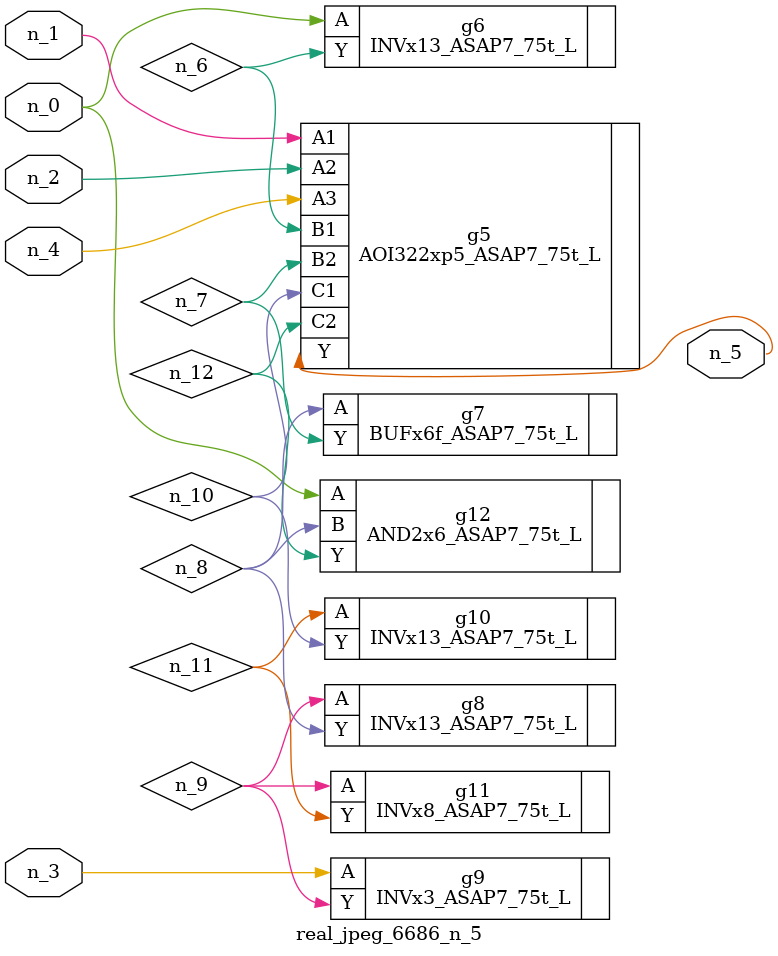
<source format=v>
module real_jpeg_6686_n_5 (n_4, n_0, n_1, n_2, n_3, n_5);

input n_4;
input n_0;
input n_1;
input n_2;
input n_3;

output n_5;

wire n_12;
wire n_8;
wire n_11;
wire n_6;
wire n_7;
wire n_10;
wire n_9;

INVx13_ASAP7_75t_L g6 ( 
.A(n_0),
.Y(n_6)
);

AND2x6_ASAP7_75t_L g12 ( 
.A(n_0),
.B(n_8),
.Y(n_12)
);

AOI322xp5_ASAP7_75t_L g5 ( 
.A1(n_1),
.A2(n_2),
.A3(n_4),
.B1(n_6),
.B2(n_7),
.C1(n_10),
.C2(n_12),
.Y(n_5)
);

INVx3_ASAP7_75t_L g9 ( 
.A(n_3),
.Y(n_9)
);

BUFx6f_ASAP7_75t_L g7 ( 
.A(n_8),
.Y(n_7)
);

INVx13_ASAP7_75t_L g8 ( 
.A(n_9),
.Y(n_8)
);

INVx8_ASAP7_75t_L g11 ( 
.A(n_9),
.Y(n_11)
);

INVx13_ASAP7_75t_L g10 ( 
.A(n_11),
.Y(n_10)
);


endmodule
</source>
